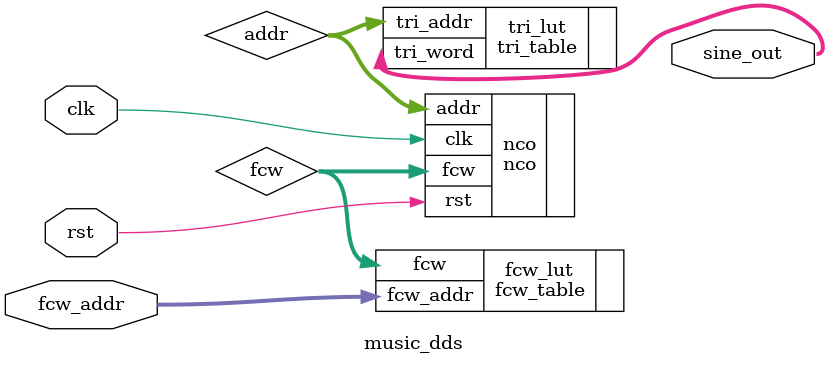
<source format=v>
`timescale 1ns / 1ps

module music_dds(
    input clk, rst,
    input [6:0] fcw_addr,
    output [15:0] sine_out
    );
    
    wire [23:0] fcw;
    wire [11:0] addr;

    // frequency control word ROM instantiation
    fcw_table fcw_lut(.fcw_addr(fcw_addr), .fcw(fcw));
    
    //  numerically-controlled oscillator instantiation
    nco nco(.clk(clk), .rst(rst), .fcw(fcw), .addr(addr));
   
    // sine values ROM instantiation
    tri_table tri_lut(
        .tri_addr(addr), .tri_word(sine_out));


endmodule

</source>
